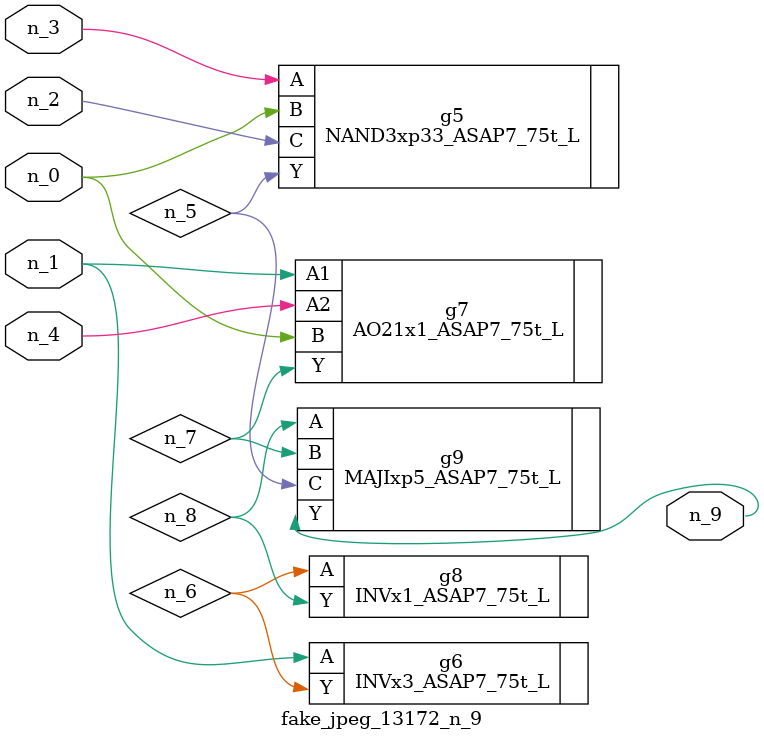
<source format=v>
module fake_jpeg_13172_n_9 (n_3, n_2, n_1, n_0, n_4, n_9);

input n_3;
input n_2;
input n_1;
input n_0;
input n_4;

output n_9;

wire n_8;
wire n_6;
wire n_5;
wire n_7;

NAND3xp33_ASAP7_75t_L g5 ( 
.A(n_3),
.B(n_0),
.C(n_2),
.Y(n_5)
);

INVx3_ASAP7_75t_L g6 ( 
.A(n_1),
.Y(n_6)
);

AO21x1_ASAP7_75t_L g7 ( 
.A1(n_1),
.A2(n_4),
.B(n_0),
.Y(n_7)
);

INVx1_ASAP7_75t_L g8 ( 
.A(n_6),
.Y(n_8)
);

MAJIxp5_ASAP7_75t_L g9 ( 
.A(n_8),
.B(n_7),
.C(n_5),
.Y(n_9)
);


endmodule
</source>
